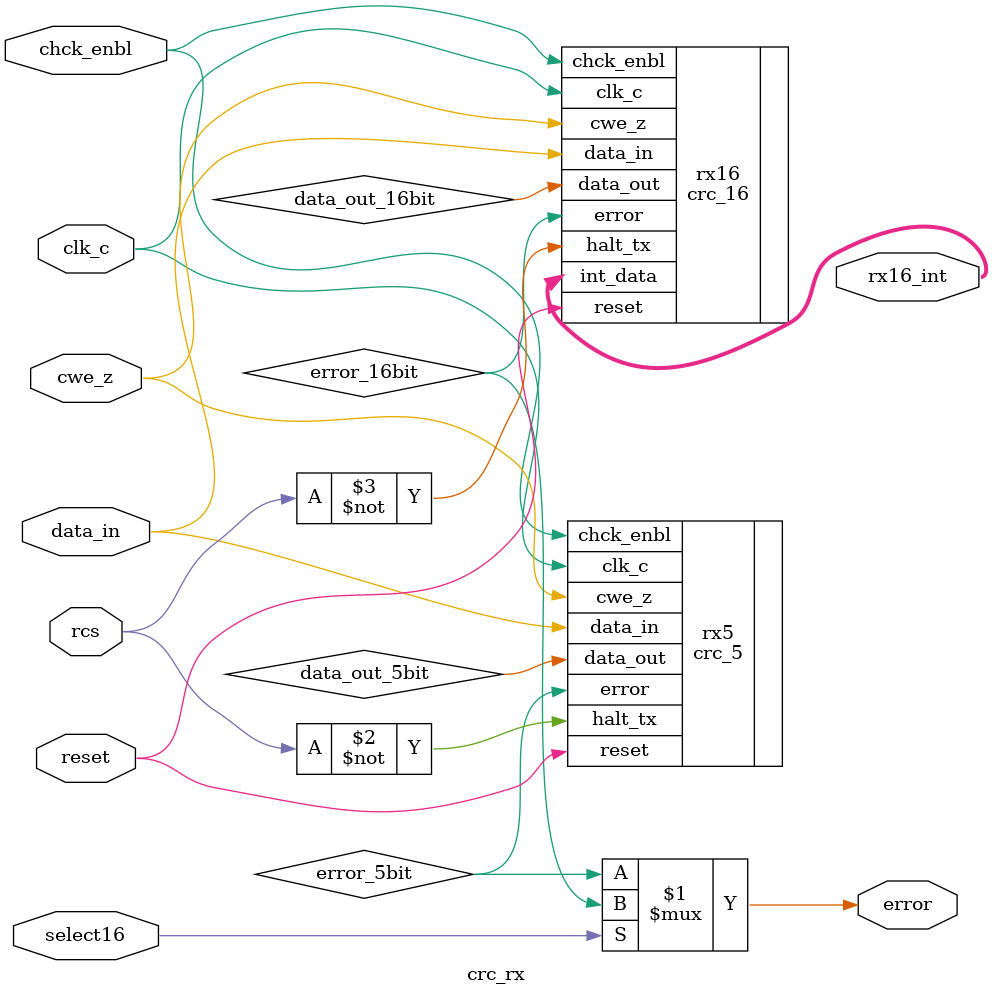
<source format=v>
`timescale 1ns / 10ps

 
module  crc_rx(clk_c,reset,rcs,cwe_z,chck_enbl,data_in,select16,
		error, rx16_int);

input   clk_c;                  // clock
input   reset;                  // active high reset
input   rcs;                	// active data chipselect (inv of halt tx)
input   cwe_z;                  // enable check data
input   chck_enbl;              // enable error check
input   data_in;                // 1 bit of data input
input	select16;		// high when crc16 is selected
				// low when crc5 selected
output  error;                  // high when error detected.
output	[15:0] rx16_int;


wire	error_5bit;
wire	error_16bit;

wire    [15:0] rx16_int;

assign	error	=	(select16) ? error_16bit : error_5bit;

// **************************************
// *** INSTANTIATION OF SUB MODULES   ***
// **************************************
crc_5 rx5(
        .clk_c(clk_c),
        .reset(reset),
        .halt_tx(~rcs),
        .cwe_z(cwe_z),
        .chck_enbl(chck_enbl),
        .data_in(data_in),
        .data_out(data_out_5bit),
        .error(error_5bit));

crc_16 rx16(
        .clk_c(clk_c),
        .reset(reset),
        .halt_tx(~rcs),
        .cwe_z(cwe_z),
        .chck_enbl(chck_enbl),
        .data_in(data_in),
        .data_out(data_out_16bit),
	.int_data(rx16_int),
        .error(error_16bit));

endmodule


</source>
